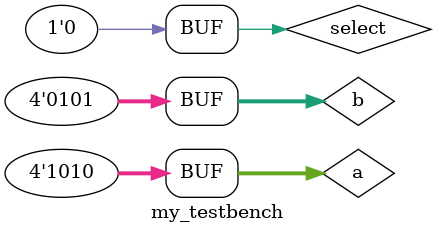
<source format=v>
module my_testbench();
reg [3:0] a;
reg [3:0] b;
reg select;
wire [3:0] result;

mux2x1 mux1(result, a, b, select);
initial begin
	#0 a=4'b1010; b=4'b0101; select=1'b1;
	#5 a=4'b1010; b=4'b0101; select=1'b0;
	#5;
end


endmodule

</source>
